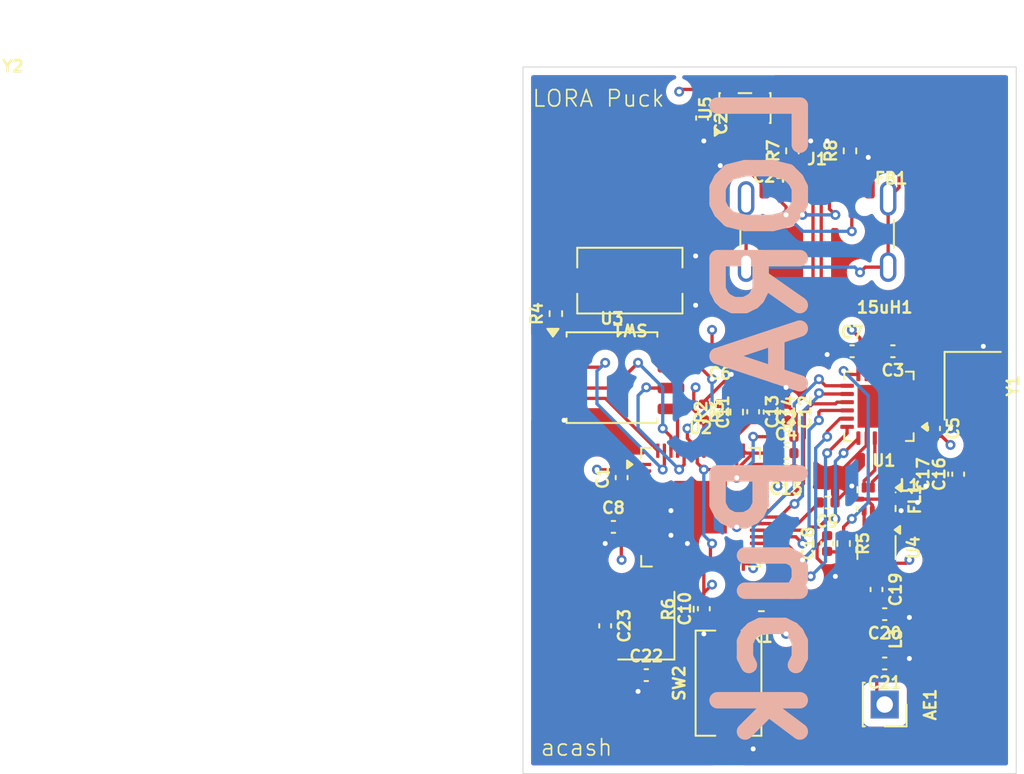
<source format=kicad_pcb>
(kicad_pcb (version 20241229) (generator "pcbnew") (generator_version "9.0")
  (layers (0 "F.Cu" signal) (4 "In1.Cu" signal) (6 "In2.Cu" signal) (2 "B.Cu" signal) (13 "F.Paste" user) (15 "B.Paste" user) (5 "F.SilkS" user "F.Silkscreen") (7 "B.SilkS" user "B.Silkscreen") (1 "F.Mask" user) (3 "B.Mask" user) (25 "Edge.Cuts" user))
  (net 0 "")
  (net 1 "Net-(U1-DCC_SW)")
  (net 2 "Net-(U1-VREG)")
  (net 3 "Net-(AE1-A)")
  (net 4 "+3V3")
  (net 5 "Earth")
  (net 6 "+1V1")
  (net 7 "/SX_VR_PA")
  (net 8 "Net-(U4-CTRL)")
  (net 9 "Net-(U4-RFIN)")
  (net 10 "Net-(C19-Pad2)")
  (net 11 "Net-(C22-Pad2)")
  (net 12 "VBUS")
  (net 13 "Net-(J1-SHIELD)")
  (net 14 "/SX_RFO")
  (net 15 "/SX_RFI_N")
  (net 16 "Net-(FL1-SW_RFI)")
  (net 17 "Net-(FL1-SW_RFO)")
  (net 18 "/SX_RFI_P")
  (net 19 "Net-(J1-CC1)")
  (net 20 "/USB_DM")
  (net 21 "/USB_DP")
  (net 24 "Net-(J1-CC2)")
  (net 25 "/RUN")
  (net 26 "Net-(U2-USB_DP)")
  (net 27 "Net-(U2-USB_DM)")
  (net 28 "/QSPI_SS")
  (net 29 "Net-(R4-Pad2)")
  (net 30 "/SX_DIO2")
  (net 31 "/XOUT")
  (net 32 "/SX_DIO1")
  (net 33 "/SX_XTB")
  (net 34 "/SPI_MISO")
  (net 35 "/SX_XTA")
  (net 36 "/SPI_MOSI")
  (net 37 "/SX_NSS")
  (net 38 "/SPI_CLK")
  (net 39 "/<NO NET>")
  (net 40 "/SX_BUSY")
  (net 43 "/QSPI_SCLK")
  (net 45 "/QSPI_SD1")
  (net 46 "/QSPI_SD2")
  (net 50 "/QSPI_SD0")
  (net 61 "/QSPI_SD3")
  (net 70 "/XIN")
  (footprint "Connector_PinSocket_2.54mm:PinSocket_1x01_P2.54mm_Vertical" (layer "F.Cu") (at 100 118.8 -90)
    (property "Reference" "AE1")
    (property "Value" "Antenna")
  )
  (footprint "Resistor_SMD:R_0402_1005Metric" (layer "F.Cu") (at 92.5 113.5 180)
    (property "Reference" "R1")
    (property "Value" "10k")
  )
  (footprint "Capacitor_SMD:C_0402_1005Metric" (layer "F.Cu") (at 83 114.01 -90)
    (property "Reference" "C23")
    (property "Value" "3.3pF")
  )
  (footprint "Package_DFN_QFN:QFN-56-1EP_7x7mm_P0.4mm_EP3.2x3.2mm" (layer "F.Cu") (at 88.8 106.79)
    (property "Reference" "U2")
    (property "Value" "RP2040")
  )
  (footprint "Capacitor_SMD:C_0402_1005Metric" (layer "F.Cu") (at 89.98 97.49 180)
    (property "Reference" "C6")
    (property "Value" "100nF")
  )
  (footprint "Capacitor_SMD:C_0402_1005Metric" (layer "F.Cu") (at 84 104.99 90)
    (property "Reference" "C1")
    (property "Value" "100nF")
  )
  (footprint "Button_Switch_SMD:SW_Tactile_SPST_NO_Straight_CK_PTS636Sx25SMTRLFS" (layer "F.Cu") (at 84.5 93 180)
    (property "Reference" "SW1")
    (property "Value" "BOOTSEL")
  )
  (footprint "Resistor_SMD:R_0402_1005Metric" (layer "F.Cu") (at 97.5 109 -90)
    (property "Reference" "R5")
    (property "Value" "100")
  )
  (footprint "Capacitor_SMD:C_0402_1005Metric" (layer "F.Cu") (at 93 85.5 180)
    (property "Reference" "C24")
    (property "Value" "10uF")
  )
  (footprint "Capacitor_SMD:C_0402_1005Metric" (layer "F.Cu") (at 99.5 111.8 -90)
    (property "Reference" "C19")
    (property "Value" "39pF")
  )
  (footprint "Capacitor_SMD:C_0402_1005Metric" (layer "F.Cu") (at 100 116.3 180)
    (property "Reference" "C21")
    (property "Value" "3.3pF")
  )
  (footprint "Inductor_SMD:L_0402_1005Metric" (layer "F.Cu") (at 99.5 114.8 -90)
    (property "Reference" "L3")
    (property "Value" "9.1nH")
  )
  (footprint "Package_TO_SOT_SMD:SOT-363_SC-70-6" (layer "F.Cu") (at 99.5 109.25 -90)
    (property "Reference" "U4")
    (property "Value" "PE4259")
  )
  (footprint "Crystal:Crystal_SMD_3225-4Pin_3.2x2.5mm" (layer "F.Cu") (at 105.35 99.4 -90)
    (property "Reference" "Y1")
    (property "Value" "32MHz")
  )
  (footprint "Resistor_SMD:R_0402_1005Metric" (layer "F.Cu") (at 97.89 85.105 90)
    (property "Reference" "R8")
    (property "Value" "5.1k")
  )
  (footprint "Capacitor_SMD:C_0402_1005Metric" (layer "F.Cu") (at 96.5 109 90)
    (property "Reference" "C18")
    (property "Value" "1nF")
  )
  (footprint "Package_TO_SOT_SMD:SOT-23-5" (layer "F.Cu") (at 91.5 82.5 90)
    (property "Reference" "U5")
    (property "Value" "AP2112K-3.3")
  )
  (footprint "Resistor_SMD:R_0402_1005Metric" (layer "F.Cu") (at 94.39 85.105 90)
    (property "Reference" "R7")
    (property "Value" "5.1k")
  )
  (footprint "Capacitor_SMD:C_0402_1005Metric" (layer "F.Cu") (at 85.5 117.01)
    (property "Reference" "C22")
    (property "Value" "3.3pF")
  )
  (footprint "Crystal:Crystal_SMD_Abracon_ABM8G-4Pin_3.2x2.5mm" (layer "F.Cu") (at 85.5 114 90)
    (property "Reference" "Y2")
    (property "Value" "12MHz")
  )
  (footprint "Capacitor_SMD:C_0402_1005Metric" (layer "F.Cu") (at 92 100.98 -90)
    (property "Reference" "C13")
    (property "Value" "100nF")
  )
  (footprint "Capacitor_SMD:C_0402_1005Metric" (layer "F.Cu") (at 96.5 106.5 180)
    (property "Reference" "C9")
    (property "Value" "100nF")
  )
  (footprint "Capacitor_SMD:C_0402_1005Metric" (layer "F.Cu") (at 94 104.5 180)
    (property "Reference" "C15")
    (property "Value" "100nF")
  )
  (footprint "Connector_USB:USB_C_Receptacle_GCT_USB4105-xx-A_16P_TopMnt_Horizontal" (layer "F.Cu") (at 95.89 91.105)
    (property "Reference" "J1")
    (property "Value" "USB_C_Receptacle_USB2.0_16P")
  )
  (footprint "Resistor_SMD:R_0402_1005Metric" (layer "F.Cu") (at 88 113 90)
    (property "Reference" "R6")
    (property "Value" "1k")
  )
  (footprint "Capacitor_SMD:C_0402_1005Metric" (layer "F.Cu") (at 89 101 -90)
    (property "Reference" "C11")
    (property "Value" "100nF")
  )
  (footprint "Capacitor_SMD:C_0402_1005Metric" (layer "F.Cu") (at 94 101 -90)
    (property "Reference" "C12")
    (property "Value" "100nF")
  )
  (footprint "Capacitor_SMD:C_0402_1005Metric" (layer "F.Cu") (at 103 102 -90)
    (property "Reference" "C5")
    (property "Value" "100nF")
  )
  (footprint "Capacitor_SMD:C_0402_1005Metric" (layer "F.Cu") (at 88.89 83.105 -90)
    (property "Reference" "C25")
    (property "Value" "10uF")
  )
  (footprint "Button_Switch_SMD:SW_Tactile_SPST_NO_Straight_CK_PTS636Sx25SMTRLFS" (layer "F.Cu") (at 90.5 117.5 90)
    (property "Reference" "SW2")
    (property "Value" "RESET")
  )
  (footprint "Capacitor_SMD:C_0402_1005Metric" (layer "F.Cu") (at 94 103.5)
    (property "Reference" "C4")
    (property "Value" "1uF")
  )
  (footprint "Resistor_SMD:R_0402_1005Metric" (layer "F.Cu") (at 80 95.01 90)
    (property "Reference" "R4")
    (property "Value" "1k")
  )
  (footprint "Capacitor_SMD:C_0402_1005Metric" (layer "F.Cu") (at 94 102.5)
    (property "Reference" "C2")
    (property "Value" "100nF")
  )
  (footprint "Inductor_SMD:L_0402_1005Metric" (layer "F.Cu") (at 101.5 104.3 180)
    (property "Reference" "L1")
    (property "Value" "47nH")
  )
  (footprint "Capacitor_SMD:C_0402_1005Metric" (layer "F.Cu") (at 89 112.97 90)
    (property "Reference" "C10")
    (property "Value" "100nF")
  )
  (footprint "Capacitor_SMD:C_0402_1005Metric" (layer "F.Cu") (at 100 113.3 180)
    (property "Reference" "C20")
    (property "Value" "3.3pF")
  )
  (footprint "Capacitor_SMD:C_0402_1005Metric" (layer "F.Cu") (at 98.02 97.3)
    (property "Reference" "C7")
    (property "Value" "100nF")
  )
  (footprint "Package_SO:SOIC-8_5.3x5.3mm_P1.27mm" (layer "F.Cu") (at 83.4125 98.905)
    (property "Reference" "U3")
    (property "Value" "W25Q128JVS")
  )
  (footprint "Capacitor_SMD:C_0402_1005Metric" (layer "F.Cu") (at 103.5 104.78 90)
    (property "Reference" "C17")
    (property "Value" "47pF")
  )
  (footprint "Inductor_SMD:L_0402_1005Metric" (layer "F.Cu") (at 100 95.8)
    (property "Reference" "15uH1")
    (property "Value" "L2")
  )
  (footprint "Resistor_SMD:R_0402_1005Metric" (layer "F.Cu") (at 91 101 90)
    (property "Reference" "R3")
    (property "Value" "27.4")
  )
  (footprint "Package_DFN_QFN:QFN-24-1EP_4x4mm_P0.5mm_EP2.6x2.6mm" (layer "F.Cu") (at 99.65 100.65 180)
    (property "Reference" "U1")
    (property "Value" "SX1262IMLTRT")
  )
  (footprint "Capacitor_SMD:C_0402_1005Metric" (layer "F.Cu") (at 100.5 97.3 180)
    (property "Reference" "C3")
    (property "Value" "470nF")
  )
  (footprint "Capacitor_SMD:C_0402_1005Metric" (layer "F.Cu") (at 93 101 -90)
    (property "Reference" "C14")
    (property "Value" "1uF")
  )
  (footprint "Inductor_SMD:L_0402_1005Metric" (layer "F.Cu") (at 100.39 85.605 180)
    (property "Reference" "FB1")
    (property "Value" "FerriteBead_Small")
  )
  (footprint "Capacitor_SMD:C_0402_1005Metric" (layer "F.Cu") (at 83.5 107.99)
    (property "Reference" "C8")
    (property "Value" "100nF")
  )
  (footprint "Resistor_SMD:R_0402_1005Metric" (layer "F.Cu") (at 90 101 90)
    (property "Reference" "R2")
    (property "Value" "27.4")
  )
  (footprint "Capacitor_SMD:C_0402_1005Metric" (layer "F.Cu") (at 104.47 104.78 90)
    (property "Reference" "C16")
    (property "Value" "47nF")
  )
  (footprint "RF_Converter:Balun_Johanson_0900FM15K0039" (layer "F.Cu") (at 99.5 106.3 -90)
    (property "Reference" "FL1")
    (property "Value" "0900FM15K0039")
  )
  (gr_rect (start 78 80) (end 108 123) (stroke (width 0.05)) (fill no) (layer "Edge.Cuts"))
  (gr_text "LORA Puck" (at 78.5 82.5 0) (layer "F.SilkS") (effects (font (size 1 1) (thickness 0.1)) (justify left bottom)))
  (gr_text "acash" (at 79 122 0) (layer "F.SilkS") (effects (font (size 1 1) (thickness 0.1)) (justify left bottom)))
  (gr_text "LORA Puck" (at 95.5 80.5 90) (layer "B.SilkS") (effects (font (size 5 5) (thickness 1)) (justify left bottom mirror)))
  (segment (start 99.9 98.284202) (end 99.9 98.7125) (width 0.2) (layer "F.Cu") (net 1))
  (segment (start 99.439 95.876) (end 99.439 97.823202) (width 0.2) (layer "F.Cu") (net 1))
  (segment (start 99.515 95.8) (end 99.439 95.876) (width 0.2) (layer "F.Cu") (net 1))
  (segment (start 99.439 97.823202) (end 99.9 98.284202) (width 0.2) (layer "F.Cu") (net 1))
  (segment (start 100.98 98.6325) (end 100.9 98.7125) (width 0.2) (layer "F.Cu") (net 2))
  (segment (start 100.485 95.8) (end 100.485 96.805) (width 0.2) (layer "F.Cu") (net 2))
  (segment (start 100.485 96.805) (end 100.98 97.3) (width 0.2) (layer "F.Cu") (net 2))
  (segment (start 100.98 97.3) (end 100.98 98.6325) (width 0.2) (layer "F.Cu") (net 2))
  (segment (start 99.5 116.28) (end 99.52 116.3) (width 0.2) (layer "F.Cu") (net 3))
  (segment (start 99.52 118.32) (end 100 118.8) (width 0.2) (layer "F.Cu") (net 3))
  (segment (start 99.5 115.285) (end 99.5 116.28) (width 0.2) (layer "F.Cu") (net 3))
  (segment (start 99.52 116.3) (end 99.52 118.32) (width 0.2) (layer "F.Cu") (net 3))
  (segment (start 99.4 98.7125) (end 98.9 98.7125) (width 0.2) (layer "F.Cu") (net 4))
  (segment (start 103 102.48) (end 103.48 102.48) (width 0.2) (layer "F.Cu") (net 4))
  (segment (start 82.51 104.51) (end 82.5 104.5) (width 0.2) (layer "F.Cu") (net 4))
  (segment (start 84 104.51) (end 82.51 104.51) (width 0.2) (layer "F.Cu") (net 4))
  (segment (start 89.4 103.3525) (end 89 103.3525) (width 0.2) (layer "F.Cu") (net 4))
  (segment (start 102.1675 102.48) (end 101.5875 101.9) (width 0.2) (layer "F.Cu") (net 4))
  (segment (start 103 102.48) (end 102.1675 102.48) (width 0.2) (layer "F.Cu") (net 4))
  (segment (start 98.9 97.7) (end 98.5 97.3) (width 0.2) (layer "F.Cu") (net 4))
  (segment (start 93 107.79) (end 91.21 107.79) (width 0.2) (layer "F.Cu") (net 4))
  (segment (start 92.2375 107.79) (end 93 107.79) (width 0.2) (layer "F.Cu") (net 4))
  (segment (start 91.4 103.3525) (end 91.5475 103.5) (width 0.2) (layer "F.Cu") (net 4))
  (segment (start 89.5 97.49) (end 89.5 96) (width 0.2) (layer "F.Cu") (net 4))
  (segment (start 93.52 102.5) (end 92 102.5) (width 0.2) (layer "F.Cu") (net 4))
  (segment (start 91.21 107.79) (end 91 108) (width 0.2) (layer "F.Cu") (net 4))
  (segment (start 93.01 113.51) (end 94 114.5) (width 0.2) (layer "F.Cu") (net 4))
  (segment (start 90.55 81.3625) (end 87.6375 81.3625) (width 0.2) (layer "F.Cu") (net 4))
  (segment (start 92.2375 104.19) (end 93.21 104.19) (width 0.2) (layer "F.Cu") (net 4))
  (segment (start 93.52 104.5) (end 93.52 105.48) (width 0.2) (layer "F.Cu") (net 4))
  (segment (start 89 103.3525) (end 89 101.48) (width 0.2) (layer "F.Cu") (net 4))
  (segment (start 91 104.5) (end 91 105) (width 0.2) (layer "F.Cu") (net 4))
  (segment (start 83.98 109.98) (end 84 110) (width 0.2) (layer "F.Cu") (net 4))
  (segment (start 93.01 113.5) (end 93.01 113.51) (width 0.2) (layer "F.Cu") (net 4))
  (segment (start 89 112.49) (end 89 112) (width 0.2) (layer "F.Cu") (net 4))
  (segment (start 87.49 97.49) (end 87 97) (width 0.2) (layer "F.Cu") (net 4))
  (segment (start 88.389 99.611) (end 88.5 99.5) (width 0.2) (layer "F.Cu") (net 4))
  (segment (start 88.89 82.625) (end 89.7825 82.625) (width 0.2) (layer "F.Cu") (net 4))
  (segment (start 88.389 100.869) (end 88.389 99.611) (width 0.2) (layer "F.Cu") (net 4))
  (segment (start 89 112.49) (end 89 110.2275) (width 0.2) (layer "F.Cu") (net 4))
  (segment (start 85.3625 104.19) (end 84.32 104.19) (width 0.2) (layer "F.Cu") (net 4))
  (segment (start 93.21 104.19) (end 93.52 104.5) (width 0.2) (layer "F.Cu") (net 4))
  (segment (start 98.9 98.7125) (end 98.9 97.7) (width 0.2) (layer "F.Cu") (net 4))
  (segment (start 89.7825 82.625) (end 90.44 81.9675) (width 0.2) (layer "F.Cu") (net 4))
  (segment (start 84.32 104.19) (end 84 104.51) (width 0.2) (layer "F.Cu") (net 4))
  (segment (start 91.002 103.3545) (end 91.002 104.998) (width 0.2) (layer "F.Cu") (net 4))
  (segment (start 93.52 105.48) (end 93.5 105.5) (width 0.2) (layer "F.Cu") (net 4))
  (segment (start 100.15 110.2) (end 101.3 110.2) (width 0.2) (layer "F.Cu") (net 4))
  (segment (start 89.5 97.49) (end 87.49 97.49) (width 0.2) (layer "F.Cu") (net 4))
  (segment (start 89 101.48) (end 88.389 100.869) (width 0.2) (layer "F.Cu") (net 4))
  (segment (start 92 103.5) (end 93.52 103.5) (width 0.2) (layer "F.Cu") (net 4))
  (segment (start 98.5 97.3) (end 98.5 96.5) (width 0.2) (layer "F.Cu") (net 4))
  (segment (start 83.98 107.99) (end 83.98 109.98) (width 0.2) (layer "F.Cu") (net 4))
  (segment (start 103.48 102.48) (end 104 103) (width 0.2) (layer "F.Cu") (net 4))
  (segment (start 92 103.5) (end 91 104.5) (width 0.2) (layer "F.Cu") (net 4))
  (segment (start 84.18 107.79) (end 83.98 107.99) (width 0.2) (layer "F.Cu") (net 4))
  (segment (start 98.5 96.5) (end 98 96) (width 0.2) (layer "F.Cu") (net 4))
  (segment (start 87.6375 81.3625) (end 87.5 81.5) (width 0.2) (layer "F.Cu") (net 4))
  (segment (start 94.73 107.79) (end 96.02 106.5) (width 0.2) (layer "F.Cu") (net 4))
  (segment (start 101.3 110.2) (end 101.5 110) (width 0.2) (layer "F.Cu") (net 4))
  (segment (start 89 112) (end 89.5 111.5) (width 0.2) (layer "F.Cu") (net 4))
  (segment (start 91 103.3525) (end 91.002 103.3545) (width 0.2) (layer "F.Cu") (net 4))
  (segment (start 85.3625 107.79) (end 84.18 107.79) (width 0.2) (layer "F.Cu") (net 4))
  (segment (start 93 107.79) (end 94.73 107.79) (width 0.2) (layer "F.Cu") (net 4))
  (segment (start 91.5475 103.5) (end 92 103.5) (width 0.2) (layer "F.Cu") (net 4))
  (via (at 89.5 111.5) (size 0.6) (drill 0.3) (layers "F.Cu" "B.Cu") (net 4))
  (via (at 84 110) (size 0.6) (drill 0.3) (layers "F.Cu" "B.Cu") (net 4))
  (via (at 104 103) (size 0.6) (drill 0.3) (layers "F.Cu" "B.Cu") (net 4))
  (via (at 91 105) (size 0.6) (drill 0.3) (layers "F.Cu" "B.Cu") (net 4))
  (via (at 101.5 110) (size 0.6) (drill 0.3) (layers "F.Cu" "B.Cu") (net 4))
  (via (at 89.5 96) (size 0.6) (drill 0.3) (layers "F.Cu" "B.Cu") (net 4))
  (via (at 93.5 105.5) (size 0.6) (drill 0.3) (layers "F.Cu" "B.Cu") (net 4))
  (via (at 98 96) (size 0.6) (drill 0.3) (layers "F.Cu" "B.Cu") (net 4))
  (via (at 82.5 104.5) (size 0.6) (drill 0.3) (layers "F.Cu" "B.Cu") (net 4))
  (via (at 94 114.5) (size 0.6) (drill 0.3) (layers "F.Cu" "B.Cu") (net 4))
  (via (at 87.5 81.5) (size 0.6) (drill 0.3) (layers "F.Cu" "B.Cu") (net 4))
  (via (at 88.5 99.5) (size 0.6) (drill 0.3) (layers "F.Cu" "B.Cu") (net 4))
  (via (at 92 102.5) (size 0.6) (drill 0.3) (layers "F.Cu" "B.Cu") (net 4))
  (via (at 91 108) (size 0.6) (drill 0.3) (layers "F.Cu" "B.Cu") (net 4))
  (segment (start 91 105) (end 92 104) (width 0.2) (layer "B.Cu") (net 4))
  (segment (start 92 104) (end 92 102.5) (width 0.2) (layer "B.Cu") (net 4))
  (segment (start 88.8 106.79) (end 88.71 106.79) (width 0.2) (layer "F.Cu") (net 5))
  (segment (start 103.5 105.26) (end 102.74 105.26) (width 0.2) (layer "F.Cu") (net 5))
  (segment (start 106.2 97.2) (end 106 97) (width 0.2) (layer "F.Cu") (net 5))
  (segment (start 97.89 84.595) (end 96.595 84.595) (width 0.2) (layer "F.Cu") (net 5))
  (segment (start 91.875 121.375) (end 92 121.5) (width 0.2) (layer "F.Cu") (net 5))
  (segment (start 96.7 97.3) (end 96.5 97.5) (width 0.2) (layer "F.Cu") (net 5))
  (segment (start 99.65 100.65) (end 98.9 101.4) (width 0.2) (layer "F.Cu") (net 5))
  (segment (start 100 106.3) (end 99.75 106.05) (width 0.2) (layer "F.Cu") (net 5))
  (segment (start 83 114.49) (end 83 116) (width 0.2) (layer "F.Cu") (net 5))
  (segment (start 97.98 105.5) (end 96.98 106.5) (width 0.2) (layer "F.Cu") (net 5))
  (segment (start 100.4 99.9) (end 100.4 98.7125) (width 0.2) (layer "F.Cu") (net 5))
  (segment (start 89 100.375047) (end 90.668478 98.706569) (width 0.2) (layer "F.Cu") (net 5))
  (segment (start 100.5625 106.3) (end 101.8 106.3) (width 0.2) (layer "F.Cu") (net 5))
  (segment (start 102.88 101.4) (end 103 101.52) (width 0.2) (layer "F.Cu") (net 5))
  (segment (start 88.8 108.2) (end 88 109) (width 0.2) (layer "F.Cu") (net 5))
  (segment (start 98 105.5) (end 97.98 105.5) (width 0.2) (layer "F.Cu") (net 5))
  (segment (start 97.54 97.3) (end 96.7 97.3) (width 0.2) (layer "F.Cu") (net 5))
  (segment (start 104.47 105.26) (end 103.5 105.26) (width 0.2) (layer "F.Cu") (net 5))
  (segment (start 98.9 101.4) (end 98.9 102.5875) (width 0.2) (layer "F.Cu") (net 5))
  (segment (start 88.89 84.39) (end 89 84.5) (width 0.2) (layer "F.Cu") (net 5))
  (segment (start 86.35 113.4) (end 84.65 115.1) (width 0.2) (layer "F.Cu") (net 5))
  (segment (start 100.4 98.7125) (end 100.4 97.68) (width 0.2) (layer "F.Cu") (net 5))
  (segment (start 94.485 84.5) (end 94.39 84.595) (width 0.2) (layer "F.Cu") (net 5))
  (segment (start 99.25 106.666176) (end 98.883824 106.3) (width 0.2) (layer "F.Cu") (net 5))
  (segment (start 89 113.45) (end 89 114.5) (width 0.2) (layer "F.Cu") (net 5))
  (segment (start 88.5 107.09) (end 88.8 106.79) (width 0.2) (layer "F.Cu") (net 5))
  (segment (start 99.25 107.400924) (end 99.25 107) (width 0.2) (layer "F.Cu") (net 5))
  (segment (start 83 116) (end 85 118) (width 0.2) (layer "F.Cu") (net 5))
  (segment (start 100.5625 106.5625) (end 101 107) (width 0.2) (layer "F.Cu") (net 5))
  (segment (start 88.5 93.125) (end 88.375 93) (width 0.2) (layer "F.Cu") (net 5))
  (segment (start 85.02 117.98) (end 85 118) (width 0.2) (layer "F.Cu") (net 5))
  (segment (start 94.48 102.5) (end 94.611 102.369) (width 0.2) (layer "F.Cu") (net 5))
  (segment (start 84.65 115.1) (end 84.65 116.64) (width 0.2) (layer "F.Cu") (net 5))
  (segment (start 99.5 108.3) (end 99.5 107.650924) (width 0.2) (layer "F.Cu") (net 5))
  (segment (start 84.65 116.64) (end 85.02 117.01) (width 0.2) (layer "F.Cu") (net 5))
  (segment (start 100.48 113.3) (end 101.3 113.3) (width 0.2) (layer "F.Cu") (net 5))
  (segment (start 99.65 100.65) (end 100.4 99.9) (width 0.2) (layer "F.Cu") (net 5))
  (segment (start 88.8 106.79) (end 88.8 108.2) (width 0.2) (layer "F.Cu") (net 5))
  (segment (start 101.2 116.3) (end 101.5 116) (width 0.2) (layer "F.Cu") (net 5))
  (segment (start 100.5625 106.3) (end 100.5625 106.5625) (width 0.2) (layer "F.Cu") (net 5))
  (segment (start 94 100.52) (end 94 99.5) (width 0.2) (layer "F.Cu") (net 5))
  (segment (start 88.5 92.875) (end 88.375 93) (width 0.2) (layer "F.Cu") (net 5))
  (segment (start 95.889 109.131) (end 95.889 109.889) (width 0.2) (layer "F.Cu") (net 5))
  (segment (start 99.105 85.605) (end 99 85.5) (width 0.2) (layer "F.Cu") (net 5))
  (segment (start 90 86) (end 91.41 86) (width 0.2) (layer "F.Cu") (net 5))
  (segment (start 94.48 104.5) (end 94.48 103.5) (width 0.2) (layer "F.Cu") (net 5))
  (segment (start 87.21 106.79) (end 87 107) (width 0.2) (layer "F.Cu") (net 5))
  (segment (start 102.74 105.26) (end 102.5 105.5) (width 0.2) (layer "F.Cu") (net 5))
  (segment (start 88.89 83.585) (end 88.89 84.39) (width 0.2) (layer "F.Cu") (net 5))
  (segment (start 101.5875 99.9) (end 100.4 99.9) (width 0.2) (layer "F.Cu") (net 5))
  (segment (start 98.9 103.015798) (end 98.9 102.5875) (width 0.2) (layer "F.Cu") (net 5))
  (segment (start 99.09 85.59) (end 99 85.5) (width 0.2) (layer "F.Cu") (net 5))
  (segment (start 95.889 109.889) (end 97 111) (width 0.2) (layer "F.Cu") (net 5))
  (segment (start 92.69 85.885) (end 92.41 85.605) (width 0.2) (layer "F.Cu") (net 5))
  (segment (start 90.46 98.498091) (end 90.668478 98.706569) (width 0.2) (layer "F.Cu") (net 5))
  (segment (start 103 101.52) (end 103.52 101.52) (width 0.2) (layer "F.Cu") (net 5))
  (segment (start 83.02 108.98) (end 83 109) (width 0.2) (layer "F.Cu") (net 5))
  (segment (start 92 100.5) (end 92.98 100.5) (width 0.2) (layer "F.Cu") (net 5))
  (segment (start 84 105.47) (end 84 107.01) (width 0.2) (layer "F.Cu") (net 5))
  (segment (start 92.98 100.5) (end 93 100.52) (width 0.2) (layer "F.Cu") (net 5))
  (segment (start 99.25 107) (end 99.25 106.666176) (width 0.2) (layer "F.Cu") (net 5))
  (segment (start 96.98 105.5) (end 97 105.5) (width 0.2) (layer "F.Cu") (net 5))
  (segment (start 92.69 87.28) (end 91.41 86) (width 0.2) (layer "F.Cu") (net 5))
  (segment (start 95.5 84.5) (end 94.485 84.5) (width 0.2) (layer "F.Cu") (net 5))
  (segment (start 80.5 101.5) (end 80.5 101.485) (width 0.2) (layer "F.Cu") (net 5))
  (segment (start 99.75 106.05) (end 99.75 105.6) (width 0.2) (layer "F.Cu") (net 5))
  (segment (start 90.46 97.49) (end 90.46 98.498091) (width 0.2) (layer "F.Cu") (net 5))
  (segment (start 92.69 87.425) (end 92.69 85.885) (width 0.2) (layer "F.Cu") (net 5))
  (segment (start 98.883824 106.3) (end 98.4375 106.3) (width 0.2) (layer "F.Cu") (net 5))
  (segment (start 100.48 116.3) (end 101.2 116.3) (width 0.2) (layer "F.Cu") (net 5))
  (segment (start 94.611 102.369) (end 94.611 101.131) (width 0.2) (layer "F.Cu") (net 5))
  (segment (start 89 100.52) (end 89 100.375047) (width 0.2) (layer "F.Cu") (net 5))
  (segment (start 100.4 97.68) (end 100.02 97.3) (width 0.2) (layer "F.Cu") (net 5))
  (segment (start 92.52 85.5) (end 91.5 84.48) (width 0.2) (layer "F.Cu") (net 5))
  (segment (start 101.8 106.3) (end 102 106.5) (width 0.2) (layer "F.Cu") (net 5))
  (segment (start 91.5 84.48) (end 91.5 83.6375) (width 0.2) (layer "F.Cu") (net 5))
  (segment (start 80.5 101.485) (end 79.825 100.81) (width 0.2) (layer "F.Cu") (net 5))
  (segment (start 84 107.01) (end 83.02 107.99) (width 0.2) (layer "F.Cu") (net 5))
  (segment (start 99.09 87.425) (end 99.09 85.59) (width 0.2) (layer "F.Cu") (net 5))
  (segment (start 98.4375 106.3) (end 98 105.8625) (width 0.2) (layer "F.Cu") (net 5))
  (segment (start 88.8 106.79) (end 87.21 106.79) (width 0.2) (layer "F.Cu") (net 5))
  (segment (start 101.5875 101.4) (end 102.88 101.4) (width 0.2) (layer "F.Cu") (net 5))
  (segment (start 100 106.3) (end 100.5625 106.3) (width 0.2) (layer "F.Cu") (net 5))
  (segment (start 94.611 101.131) (end 94 100.52) (width 0.2) (layer "F.Cu") (net 5))
  (segment (start 99.905 85.605) (end 99.105 85.605) (width 0.2) (layer "F.Cu") (net 5))
  (segment (start 90.5 121.375) (end 91.875 121.375) (width 0.2) (layer "F.Cu") (net 5))
  (segment (start 104 102) (end 104 101) (width 0.2) (layer "F.Cu") (net 5))
  (segment (start 98.4375 106.3) (end 100 106.3) (width 0.2) (layer "F.Cu") (net 5))
  (segment (start 98 105.8625) (end 98 105.5) (width 0.2) (layer "F.Cu") (net 5))
  (segment (start 96.98 105.5) (end 96.98 104.935798) (width 0.2) (layer "F.Cu") (net 5))
  (segment (start 94.48 103.5) (end 94.48 102.5) (width 0.2) (layer "F.Cu") (net 5))
  (segment (start 96.5 108.52) (end 95.889 109.131) (width 0.2) (layer "F.Cu") (net 5))
  (segment (start 101 107) (end 100.25 107) (width 0.2) (layer "F.Cu") (net 5))
  (segment (start 92.69 87.425) (end 92.69 87.28) (width 0.2) (layer "F.Cu") (net 5))
  (segment (start 106.2 98.3) (end 106.2 97.2) (width 0.2) (layer "F.Cu") (net 5))
  (segment (start 96.98 104.935798) (end 98.9 103.015798) (width 0.2) (layer "F.Cu") (net 5))
  (segment (start 83.02 107.99) (end 83.02 108.98) (width 0.2) (layer "F.Cu") (net 5))
  (segment (start 103.52 101.52) (end 104 102) (width 0.2) (layer "F.Cu") (net 5))
  (segment (start 104 101) (end 104.5 100.5) (width 0.2) (layer "F.Cu") (net 5))
  (segment (start 88.5 94.5) (end 88.5 93.125) (width 0.2) (layer "F.Cu") (net 5))
  (segment (start 96.98 106.5) (end 96.98 105.5) (width 0.2) (layer "F.Cu") (net 5))
  (segment (start 101.3 113.3) (end 101.5 113.5) (width 0.2) (layer "F.Cu") (net 5))
  (segment (start 85.02 117.01) (end 85.02 117.98) (width 0.2) (layer "F.Cu") (net 5))
  (segment (start 86.35 112.9) (end 86.35 113.4) (width 0.2) (layer "F.Cu") (net 5))
  (segment (start 99.5 107.650924) (end 99.25 107.400924) (width 0.2) (layer "F.Cu") (net 5))
  (segment (start 88.71 106.79) (end 87 108.5) (width 0.2) (layer "F.Cu") (net 5))
  (segment (start 96.595 84.595) (end 96.5 84.5) (width 0.2) (layer "F.Cu") (net 5))
  (segment (start 93 100.52) (end 94 100.52) (width 0.2) (layer "F.Cu") (net 5))
  (segment (start 88.5 91.5) (end 88.5 92.875) (width 0.2) (layer "F.Cu") (net 5))
  (via (at 101.5 113.5) (size 0.6) (drill 0.3) (layers "F.Cu" "B.Cu") (net 5))
  (via (at 88.5 91.5) (size 0.6) (drill 0.3) (layers "F.Cu" "B.Cu") (net 5))
  (via (at 95.5 84.5) (size 0.6) (drill 0.3) (layers "F.Cu" "B.Cu") (net 5))
  (via (at 83 109) (size 0.6) (drill 0.3) (layers "F.Cu" "B.Cu") (net 5))
  (via (at 102.5 105.5) (size 0.6) (drill 0.3) (layers "F.Cu" "B.Cu") (net 5))
  (via (at 89 84.5) (size 0.6) (drill 0.3) (layers "F.Cu" "B.Cu") (net 5))
  (via (at 90.668478 98.706569) (size 0.6) (drill 0.3) (layers "F.Cu" "B.Cu") (net 5))
  (via (at 104 102) (size 0.6) (drill 0.3) (layers "F.Cu" "B.Cu") (net 5))
  (via (at 90 86) (size 0.6) (drill 0.3) (layers "F.Cu" "B.Cu") (net 5))
  (via (at 98 105.5) (size 0.6) (drill 0.3) (layers "F.Cu" "B.Cu") (net 5))
  (via (at 88 109) (size 0.6) (drill 0.3) (layers "F.Cu" "B.Cu") (net 5))
  (via (at 94 99.5) (size 0.6) (drill 0.3) (layers "F.Cu" "B.Cu") (net 5))
  (via (at 99 85.5) (size 0.6) (drill 0.3) (layers "F.Cu" "B.Cu") (net 5))
  (via (at 101 107) (size 0.6) (drill 0.3) (layers "F.Cu" "B.Cu") (net 5))
  (via (at 102 106.5) (size 0.6) (drill 0.3) (layers "F.Cu" "B.Cu") (net 5))
  (via (at 96.5 97.5) (size 0.6) (drill 0.3) (layers "F.Cu" "B.Cu") (net 5))
  (via (at 97 111) (size 0.6) (drill 0.3) (layers "F.Cu" "B.Cu") (net 5))
  (via (at 89 114.5) (size 0.6) (drill 0.3) (layers "F.Cu" "B.Cu") (net 5))
  (via (at 106 97) (size 0.6) (drill 0.3) (layers "F.Cu" "B.Cu") (net 5))
  (via (at 87 107) (size 0.6) (drill 0.3) (layers "F.Cu" "B.Cu") (net 5))
  (via (at 80.5 101.5) (size 0.6) (drill 0.3) (layers "F.Cu" "B.Cu") (net 5))
  (via (at 92 121.5) (size 0.6) (drill 0.3) (layers "F.Cu" "B.Cu") (net 5))
  (via (at 85 118) (size 0.6) (drill 0.3) (layers "F.Cu" "B.Cu") (net 5))
  (via (at 101.5 116) (size 0.6) (drill 0.3) (layers "F.Cu" "B.Cu") (net 5))
  (via (at 88.5 94.5) (size 0.6) (drill 0.3) (layers "F.Cu" "B.Cu") (net 5))
  (via (at 87 108.5) (size 0.6) (drill 0.3) (layers "F.Cu" "B.Cu") (net 5))
  (via (at 96.5 84.5) (size 0.6) (drill 0.3) (layers "F.Cu" "B.Cu") (net 5))
  (segment (start 90.846 102.614) (end 92 101.46) (width 0.2) (layer "F.Cu") (net 6))
  (segment (start 89 104.5) (end 89.987774 104.5) (width 0.2) (layer "F.Cu") (net 6))
  (segment (start 88.6 104.1) (end 89 104.5) (width 0.2) (layer "F.Cu") (net 6))
  (segment (start 92.02 101.48) (end 92 101.46) (width 0.2) (layer "F.Cu") (net 6))
  (segment (start 90.6 103.3525) (end 90.6 103.885774) (width 0.2) (layer "F.Cu") (net 6))
  (segment (start 90.6 102.817226) (end 90.6 103.3525) (width 0.2) (layer "F.Cu") (net 6))
  (segment (start 89.4 109.1) (end 89.5 109) (width 0.2) (layer "F.Cu") (net 6))
  (segment (start 88.6 103.3525) (end 88.6 104.1) (width 0.2) (layer "F.Cu") (net 6))
  (segment (start 89.4 110.2275) (end 89.4 109.1) (width 0.2) (layer "F.Cu") (net 6))
  (segment (start 93 101.48) (end 92.02 101.48) (width 0.2) (layer "F.Cu") (net 6))
  (segment (start 89.987774 104.5) (end 90.601 103.886774) (width 0.2) (layer "F.Cu") (net 6))
  (segment (start 90.6 103.885774) (end 90.601 103.886774) (width 0.2) (layer "F.Cu") (net 6))
  (segment (start 90.6 102.817226) (end 90.803226 102.614) (width 0.2) (layer "F.Cu") (net 6))
  (segment (start 90.803226 102.614) (end 90.846 102.614) (width 0.2) (layer "F.Cu") (net 6))
  (segment (start 94 101.48) (end 93 101.48) (width 0.2) (layer "F.Cu") (net 6))
  (via (at 89.5 109) (size 0.6) (drill 0.3) (layers "F.Cu" "B.Cu") (net 6))
  (via (at 89 104.5) (size 0.6) (drill 0.3) (layers "F.Cu" "B.Cu") (net 6))
  (segment (start 89 104.5) (end 89 108.5) (width 0.2) (layer "B.Cu") (net 6))
  (segment (start 89 108.5) (end 89.5 109) (width 0.2) (layer "B.Cu") (net 6))
  (segment (start 101.985 104.3) (end 101.985 103.6725) (width 0.2) (layer "F.Cu") (net 7))
  (segment (start 101.985 103.6725) (end 100.9 102.5875) (width 0.2) (layer "F.Cu") (net 7))
  (segment (start 103.5 104.3) (end 101.985 104.3) (width 0.2) (layer "F.Cu") (net 7))
  (segment (start 104.47 104.3) (end 103.5 104.3) (width 0.2) (layer "F.Cu") (net 7))
  (segment (start 96.53 109.51) (end 96.5 109.48) (width 0.2) (layer "F.Cu") (net 8))
  (segment (start 97.5 109.51) (end 96.53 109.51) (width 0.2) (layer "F.Cu") (net 8))
  (segment (start 98.19 110.2) (end 97.5 109.51) (width 0.2) (layer "F.Cu") (net 8))
  (segment (start 98.85 110.2) (end 98.19 110.2) (width 0.2) (layer "F.Cu") (net 8))
  (segment (start 99.5 110.2) (end 99.5 111.32) (width 0.2) (layer "F.Cu") (net 9))
  (segment (start 99.52 113.3) (end 99.52 114.295) (width 0.2) (layer "F.Cu") (net 10))
  (segment (start 99.5 113.28) (end 99.52 113.3) (width 0.2) (layer "F.Cu") (net 10))
  (segment (start 99.5 112.28) (end 99.5 113.28) (width 0.2) (layer "F.Cu") (net 10))
  (segment (start 99.52 114.295) (end 99.5 114.315) (width 0.2) (layer "F.Cu") (net 10))
  (segment (start 85.98 117.01) (end 85.98 115.47) (width 0.2) (layer "F.Cu") (net 11))
  (segment (start 85.98 115.47) (end 86.35 115.1) (width 0.2) (layer "F.Cu") (net 11))
  (segment (start 88 113.51) (end 87.94 113.51) (width 0.2) (layer "F.Cu") (net 11))
  (segment (start 87.94 113.51) (end 86.35 115.1) (width 0.2) (layer "F.Cu") (net 11))
  (segment (start 93.49 87.425) (end 93.37 87.305) (width 0.2) (layer "F.Cu") (net 12))
  (segment (start 90.55 82.95) (end 90.55 83.6375) (width 0.2) (layer "F.Cu") (net 12))
  (segment (start 93.48 85.5) (end 93.48 84.6675) (width 0.2) (layer "F.Cu") (net 12))
  (segment (start 98.29 87.425) (end 98.29 87.999999) (width 0.2) (layer "F.Cu") (net 12))
  (segment (start 93.37 87.305) (end 93.37 85.2725) (width 0.2) (layer "F.Cu") (net 12))
  (segment (start 91.666968 82.5) (end 91 82.5) (width 0.2) (layer "F.Cu") (net 12))
  (segment (start 93.48 84.6675) (end 92.45 83.6375) (width 0.2) (layer "F.Cu") (net 12))
  (segment (start 93.49 87.999999) (end 94 88.509999) (width 0.2) (layer "F.Cu") (net 12))
  (segment (start 98.29 87.999999) (end 98 88.289999) (width 0.2) (layer "F.Cu") (net 12))
  (segment (start 92.45 83.6375) (end 92.45 83.283032) (width 0.2) (layer "F.Cu") (net 12))
  (segment (start 92.45 83.283032) (end 91.666968 82.5) (width 0.2) (layer "F.Cu") (net 12))
  (segment (start 98 88.289999) (end 98 90) (width 0.2) (layer "F.Cu") (net 12))
  (segment (start 91 82.5) (end 90.55 82.95) (width 0.2) (layer "F.Cu") (net 12))
  (segment (start 94 88.509999) (end 94 89) (width 0.2) (layer "F.Cu") (net 12))
  (segment (start 93.49 87.425) (end 93.49 87.999999) (width 0.2) (layer "F.Cu") (net 12))
  (via (at 98 90) (size 0.6) (drill 0.3) (layers "F.Cu" "B.Cu") (net 12))
  (via (at 94 89) (size 0.6) (drill 0.3) (layers "F.Cu" "B.Cu") (net 12))
  (segment (start 95 90) (end 94 89) (width 0.2) (layer "B.Cu") (net 12))
  (segment (start 98 90) (end 95 90) (width 0.2) (layer "B.Cu") (net 12))
  (segment (start 100.875 87.335) (end 100.21 88) (width 0.2) (layer "F.Cu") (net 13))
  (segment (start 98.82 92.18) (end 98.5 92.5) (width 0.2) (layer "F.Cu") (net 13))
  (segment (start 100.875 85.605) (end 100.875 87.335) (width 0.2) (layer "F.Cu") (net 13))
  (segment (start 100.21 88) (end 100.21 92.18) (width 0.2) (layer "F.Cu") (net 13))
  (segment (start 91.57 88) (end 91.57 92.18) (width 0.2) (layer "F.Cu") (net 13))
  (segment (start 100.21 92.18) (end 98.82 92.18) (width 0.2) (layer "F.Cu") (net 13))
  (via (at 98.5 92.5) (size 0.6) (drill 0.3) (layers "F.Cu" "B.Cu") (net 13))
  (segment (start 98.18 92.18) (end 91.57 92.18) (width 0.2) (layer "B.Cu") (net 13))
  (segment (start 98.5 92.5) (end 98.18 92.18) (width 0.2) (layer "B.Cu") (net 13))
  (segment (start 101.015 104.3) (end 100.4 103.685) (width 0.2) (layer "F.Cu") (net 14))
  (segment (start 100.25 105.065) (end 101.015 104.3) (width 0.2) (layer "F.Cu") (net 14))
  (segment (start 100.4 103.685) (end 100.4 102.5875) (width 0.2) (layer "F.Cu") (net 14))
  (segment (start 100.25 105.6) (end 100.25 105.065) (width 0.2) (layer "F.Cu") (net 14))
  (segment (start 99.25 105.25) (end 99.9 104.6) (width 0.2) (layer "F.Cu") (net 15))
  (segment (start 99.9 104.6) (end 99.9 102.5875) (width 0.2) (layer "F.Cu") (net 15))
  (segment (start 99.25 105.6) (end 99.25 105.25) (width 0.2) (layer "F.Cu") (net 15))
  (segment (start 98.75 108.2) (end 98.75 107) (width 0.2) (layer "F.Cu") (net 16))
  (segment (start 98.85 108.3) (end 98.75 108.2) (width 0.2) (layer "F.Cu") (net 16))
  (segment (start 100.15 107.733824) (end 99.75 107.333824) (width 0.2) (layer "F.Cu") (net 17))
  (segment (start 99.75 107.333824) (end 99.75 107) (width 0.2) (layer "F.Cu") (net 17))
  (segment (start 100.15 108.3) (end 100.15 107.733824) (width 0.2) (layer "F.Cu") (net 17))
  (segment (start 99.4 104.5329) (end 99.4 102.5875) (width 0.2) (layer "F.Cu") (net 18))
  (segment (start 98.75 105.6) (end 98.75 105.1829) (width 0.2) (layer "F.Cu") (net 18))
  (segment (start 98.75 105.1829) (end 99.4 104.5329) (width 0.2) (layer "F.Cu") (net 18))
  (segment (start 94.39 85.615) (end 94.64 85.865) (width 0.2) (layer "F.Cu") (net 19))
  (segment (start 94.64 85.865) (end 94.64 87.425) (width 0.2) (layer "F.Cu") (net 19))
  (segment (start 91 100.49) (end 96.14 95.35) (width 0.2) (layer "F.Cu") (net 20))
  (segment (start 95.14 86.816176) (end 95.14 87.425) (width 0.2) (layer "F.Cu") (net 20))
  (segment (start 96.14 87.425) (end 96.14 86.816176) (width 0.2) (layer "F.Cu") (net 20))
  (segment (start 96.14 95.35) (end 96.14 87.425) (width 0.2) (layer "F.Cu") (net 20))
  (segment (start 95.407176 86.549) (end 95.14 86.816176) (width 0.2) (layer "F.Cu") (net 20))
  (segment (start 95.872824 86.549) (end 95.407176 86.549) (width 0.2) (layer "F.Cu") (net 20))
  (segment (start 96.14 86.816176) (end 95.872824 86.549) (width 0.2) (layer "F.Cu") (net 20))
  (segment (start 95.64 89) (end 95.64 94.85) (width 0.2) (layer "F.Cu") (net 21))
  (segment (start 95.64 89) (end 95 89) (width 0.2) (layer "F.Cu") (net 21))
  (segment (start 95.64 94.85) (end 90 100.49) (width 0.2) (layer "F.Cu") (net 21))
  (segment (start 96.64 87.425) (end 96.64 88.64) (width 0.2) (layer "F.Cu") (net 21))
  (segment (start 95.64 87.425) (end 95.64 89) (width 0.2) (layer "F.Cu") (net 21))
  (segment (start 96.64 88.64) (end 97 89) (width 0.2) (layer "F.Cu") (net 21))
  (via (at 97 89) (size 0.6) (drill 0.3) (layers "F.Cu" "B.Cu") (net 21))
  (via (at 95 89) (size 0.6) (drill 0.3) (layers "F.Cu" "B.Cu") (net 21))
  (segment (start 95 89) (end 97 89) (width 0.2) (layer "B.Cu") (net 21))
  (segment (start 97.64 85.865) (end 97.64 87.425) (width 0.2) (layer "F.Cu") (net 24))
  (segment (start 97.89 85.615) (end 97.64 85.865) (width 0.2) (layer "F.Cu") (net 24))
  (segment (start 90.625 113.5) (end 90.5 113.625) (width 0.2) (layer "F.Cu") (net 25))
  (segment (start 90.5 113.625) (end 90.5 110.862774) (width 0.2) (layer "F.Cu") (net 25))
  (segment (start 91.99 113.5) (end 90.625 113.5) (width 0.2) (layer "F.Cu") (net 25))
  (segment (start 90.6 110.2275) (end 90.6 110.762774) (width 0.2) (layer "F.Cu") (net 25))
  (segment (start 90.5 110.862774) (end 90.6 110.762774) (width 0.2) (layer "F.Cu") (net 25))
  (segment (start 89.8 101.71) (end 90 101.51) (width 0.2) (layer "F.Cu") (net 26))
  (segment (start 89.8 103.3525) (end 89.8 101.71) (width 0.2) (layer "F.Cu") (net 26))
  (segment (start 90.2 103.3525) (end 90.2 102.31) (width 0.2) (layer "F.Cu") (net 27))
  (segment (start 90.2 102.31) (end 91 101.51) (width 0.2) (layer "F.Cu") (net 27))
  (segment (start 78.7115 97.301001) (end 78.7115 99.89899) (width 0.2) (layer "F.Cu") (net 28))
  (segment (start 80 95.52) (end 80 96.825) (width 0.2) (layer "F.Cu") (net 28))
  (segment (start 78.97851 100.166) (end 83.0135 100.166) (width 0.2) (layer "F.Cu") (net 28))
  (segment (start 78.7115 99.89899) (end 78.97851 100.166) (width 0.2) (layer "F.Cu") (net 28))
  (segment (start 79.825 97) (end 79.012501 97) (width 0.2) (layer "F.Cu") (net 28))
  (segment (start 83.0135 100.166) (end 86.2 103.3525) (width 0.2) (layer "F.Cu") (net 28))
  (segment (start 79.012501 97) (end 78.7115 97.301001) (width 0.2) (layer "F.Cu") (net 28))
  (segment (start 80 96.825) (end 79.825 97) (width 0.2) (layer "F.Cu") (net 28))
  (segment (start 80 94.5) (end 80 93.625) (width 0.2) (layer "F.Cu") (net 29))
  (segment (start 80 93.625) (end 80.625 93) (width 0.2) (layer "F.Cu") (net 29))
  (segment (start 97.5 108) (end 98 107.5) (width 0.2) (layer "F.Cu") (net 30))
  (segment (start 97.5 108.49) (end 97.5 108) (width 0.2) (layer "F.Cu") (net 30))
  (segment (start 98.4 98.7125) (end 97.7125 98.7125) (width 0.2) (layer "F.Cu") (net 30))
  (segment (start 97.7125 98.7125) (end 97.5 98.5) (width 0.2) (layer "F.Cu") (net 30))
  (via (at 97.5 98.5) (size 0.6) (drill 0.3) (layers "F.Cu" "B.Cu") (net 30))
  (via (at 98 107.5) (size 0.6) (drill 0.3) (layers "F.Cu" "B.Cu") (net 30))
  (segment (start 98 107.5) (end 99 106.5) (width 0.2) (layer "B.Cu") (net 30))
  (segment (start 99 100) (end 97.5 98.5) (width 0.2) (layer "B.Cu") (net 30))
  (segment (start 99 106.5) (end 99 100) (width 0.2) (layer "B.Cu") (net 30))
  (segment (start 88 112.49) (end 88.6 111.89) (width 0.2) (layer "F.Cu") (net 31))
  (segment (start 88.6 111.89) (end 88.6 110.2275) (width 0.2) (layer "F.Cu") (net 31))
  (segment (start 97.7125 99.4) (end 96.4 99.4) (width 0.2) (layer "F.Cu") (net 32))
  (segment (start 91.4 110.2275) (end 91.7275 110.2275) (width 0.2) (layer "F.Cu") (net 32))
  (segment (start 96.4 99.4) (end 96 99) (width 0.2) (layer "F.Cu") (net 32))
  (segment (start 91.7275 110.2275) (end 92 110.5) (width 0.2) (layer "F.Cu") (net 32))
  (via (at 96 99) (size 0.6) (drill 0.3) (layers "F.Cu" "B.Cu") (net 32))
  (via (at 92 110.5) (size 0.6) (drill 0.3) (layers "F.Cu" "B.Cu") (net 32))
  (segment (start 94.5 100.5) (end 96 99) (width 0.2) (layer "B.Cu") (net 32))
  (segment (start 92 110.5) (end 92 108) (width 0.2) (layer "B.Cu") (net 32))
  (segment (start 92 108) (end 94.5 105.5) (width 0.2) (layer "B.Cu") (net 32))
  (segment (start 94.5 105.5) (end 94.5 100.5) (width 0.2) (layer "B.Cu") (net 32))
  (segment (start 102.015798 100.4) (end 101.5875 100.4) (width 0.2) (layer "F.Cu") (net 33))
  (segment (start 104.5 98.3) (end 104.115798 98.3) (width 0.2) (layer "F.Cu") (net 33))
  (segment (start 104.115798 98.3) (end 102.015798 100.4) (width 0.2) (layer "F.Cu") (net 33))
  (segment (start 92.2375 108.59) (end 94.59 108.59) (width 0.2) (layer "F.Cu") (net 34))
  (segment (start 94.59 108.59) (end 95 109) (width 0.2) (layer "F.Cu") (net 34))
  (segment (start 96 101) (end 96 101.5) (width 0.2) (layer "F.Cu") (net 34))
  (segment (start 97.7125 100.9) (end 96.1 100.9) (width 0.2) (layer "F.Cu") (net 34))
  (segment (start 96.1 100.9) (end 96 101) (width 0.2) (layer "F.Cu") (net 34))
  (via (at 95 109) (size 0.6) (drill 0.3) (layers "F.Cu" "B.Cu") (net 34))
  (via (at 96 101.5) (size 0.6) (drill 0.3) (layers "F.Cu" "B.Cu") (net 34))
  (segment (start 96 101.5) (end 95.401 102.099) (width 0.2) (layer "B.Cu") (net 34))
  (segment (start 95.401 108.099) (end 95 108.5) (width 0.2) (layer "B.Cu") (net 34))
  (segment (start 95.401 102.099) (end 95.401 108.099) (width 0.2) (layer "B.Cu") (net 34))
  (segment (start 95 108.5) (end 95 109) (width 0.2) (layer "B.Cu") (net 34))
  (segment (start 105.85 100.6) (end 105.85 100.15) (width 0.2) (layer "F.Cu") (net 35))
  (segment (start 105.2 99.5) (end 103.6171 99.5) (width 0.2) (layer "F.Cu") (net 35))
  (segment (start 103.6171 99.5) (end 102.2171 100.9) (width 0.2) (layer "F.Cu") (net 35))
  (segment (start 105.85 100.15) (end 105.2 99.5) (width 0.2) (layer "F.Cu") (net 35))
  (segment (start 102.2171 100.9) (end 101.5875 100.9) (width 0.2) (layer "F.Cu") (net 35))
  (segment (start 97.7125 101.4) (end 97.284202 101.4) (width 0.2) (layer "F.Cu") (net 36))
  (segment (start 93.99 108.99) (end 95 110) (width 0.2) (layer "F.Cu") (net 36))
  (segment (start 92.2375 108.99) (end 93.99 108.99) (width 0.2) (layer "F.Cu") (net 36))
  (segment (start 97.284202 101.4) (end 96.5 102.184202) (width 0.2) (layer "F.Cu") (net 36))
  (segment (start 96.5 102.184202) (end 96.5 102.5) (width 0.2) (layer "F.Cu") (net 36))
  (via (at 96.5 102.5) (size 0.6) (drill 0.3) (layers "F.Cu" "B.Cu") (net 36))
  (via (at 95 110) (size 0.6) (drill 0.3) (layers "F.Cu" "B.Cu") (net 36))
  (segment (start 95.802 103.198) (end 95.802 109.198) (width 0.2) (layer "B.Cu") (net 36))
  (segment (start 95.802 109.198) (end 95 110) (width 0.2) (layer "B.Cu") (net 36))
  (segment (start 96.5 102.5) (end 95.802 103.198) (width 0.2) (layer "B.Cu") (net 36))
  (segment (start 96 108) (end 95.5 108) (width 0.2) (layer "F.Cu") (net 37))
  (segment (start 95.5 108) (end 95.31 108.19) (width 0.2) (layer "F.Cu") (net 37))
  (segment (start 97 107.5) (end 96.5 107.5) (width 0.2) (layer "F.Cu") (net 37))
  (segment (start 98.4 102.6) (end 97.5 103.5) (width 0.2) (layer "F.Cu") (net 37))
  (segment (start 98.4 102.5875) (end 98.4 102.6) (width 0.2) (layer "F.Cu") (net 37))
  (segment (start 95.31 108.19) (end 92.2375 108.19) (width 0.2) (layer "F.Cu") (net 37))
  (segment (start 96.5 107.5) (end 96 108) (width 0.2) (layer "F.Cu") (net 37))
  (via (at 97 107.5) (size 0.6) (drill 0.3) (layers "F.Cu" "B.Cu") (net 37))
  (via (at 97.5 103.5) (size 0.6) (drill 0.3) (layers "F.Cu" "B.Cu") (net 37))
  (segment (start 97 104) (end 97 107.5) (width 0.2) (layer "B.Cu") (net 37))
  (segment (start 97.5 103.5) (end 97 104) (width 0.2) (layer "B.Cu") (net 37))
  (segment (start 94.5 111) (end 95.5 111) (width 0.2) (layer "F.Cu") (net 38))
  (segment (start 97.7125 102.2875) (end 96.5 103.5) (width 0.2) (layer "F.Cu") (net 38))
  (segment (start 92.2375 109.39) (end 92.89 109.39) (width 0.2) (layer "F.Cu") (net 38))
  (segment (start 97.7125 101.9) (end 97.7125 102.2875) (width 0.2) (layer "F.Cu") (net 38))
  (segment (start 92.89 109.39) (end 94.5 111) (width 0.2) (layer "F.Cu") (net 38))
  (via (at 96.5 103.5) (size 0.6) (drill 0.3) (layers "F.Cu" "B.Cu") (net 38))
  (via (at 95.5 111) (size 0.6) (drill 0.3) (layers "F.Cu" "B.Cu") (net 38))
  (segment (start 96.399 110.101) (end 95.5 111) (width 0.2) (layer "B.Cu") (net 38))
  (segment (start 96.5 103.5) (end 96.399 103.601) (width 0.2) (layer "B.Cu") (net 38))
  (segment (start 96.399 103.601) (end 96.399 110.101) (width 0.2) (layer "B.Cu") (net 38))
  (segment (start 95.611 100.5) (end 95.111 101) (width 0.2) (layer "F.Cu") (net 39))
  (segment (start 95.061 102.623202) (end 95.061 105.34655) (width 0.2) (layer "F.Cu") (net 39))
  (segment (start 93.98 106) (end 92.99 106.99) (width 0.2) (layer "F.Cu") (net 39))
  (segment (start 92.99 106.99) (end 92.2375 106.99) (width 0.2) (layer "F.Cu") (net 39))
  (segment (start 95.111 102.573202) (end 95.061 102.623202) (width 0.2) (layer "F.Cu") (net 39))
  (segment (start 97 100.5) (end 95.611 100.5) (width 0.2) (layer "F.Cu") (net 39))
  (segment (start 94.40755 106) (end 93.98 106) (width 0.2) (layer "F.Cu") (net 39))
  (segment (start 95.061 105.34655) (end 94.40755 106) (width 0.2) (layer "F.Cu") (net 39))
  (segment (start 95.111 101) (end 95.111 102.573202) (width 0.2) (layer "F.Cu") (net 39))
  (segment (start 97.1 100.4) (end 97 100.5) (width 0.2) (layer "F.Cu") (net 39))
  (segment (start 97.7125 100.4) (end 97.1 100.4) (width 0.2) (layer "F.Cu") (net 39))
  (segment (start 94.516641 106.59) (end 94.41 106.59) (width 0.2) (layer "F.Cu") (net 40))
  (segment (start 96.053503 99.9) (end 96.006094 99.852591) (width 0.2) (layer "F.Cu") (net 40))
  (segment (start 94.41 106.59) (end 93.61 107.39) (width 0.2) (layer "F.Cu") (net 40))
  (segment (start 93.61 107.39) (end 92.2375 107.39) (width 0.2) (layer "F.Cu") (net 40))
  (segment (start 97.7125 99.9) (end 96.053503 99.9) (width 0.2) (layer "F.Cu") (net 40))
  (via (at 94.516641 106.59) (size 0.6) (drill 0.3) (layers "F.Cu" "B.Cu") (net 40))
  (via (at 96.006094 99.852591) (size 0.6) (drill 0.3) (layers "F.Cu" "B.Cu") (net 40))
  (segment (start 96.025971 99.974029) (end 96.025971 99.872468) (width 0.2) (layer "B.Cu") (net 40))
  (segment (start 95 101) (end 96.025971 99.974029) (width 0.2) (layer "B.Cu") (net 40))
  (segment (start 94.516641 106.59) (end 95 106.106641) (width 0.2) (layer "B.Cu") (net 40))
  (segment (start 96.025971 99.872468) (end 96.006094 99.852591) (width 0.2) (layer "B.Cu") (net 40))
  (segment (start 95 106.106641) (end 95 101) (width 0.2) (layer "B.Cu") (net 40))
  (segment (start 87.8 103.3525) (end 87.8 104.2) (width 0.2) (layer "F.Cu") (net 43))
  (segment (start 87.8 104.2) (end 87.5 104.5) (width 0.2) (layer "F.Cu") (net 43))
  (segment (start 85.54 99.54) (end 85.5 99.5) (width 0.2) (layer "F.Cu") (net 43))
  (segment (start 87 99.54) (end 85.54 99.54) (width 0.2) (layer "F.Cu") (net 43))
  (via (at 87.5 104.5) (size 0.6) (drill 0.3) (layers "F.Cu" "B.Cu") (net 43))
  (via (at 85.5 99.5) (size 0.6) (drill 0.3) (layers "F.Cu" "B.Cu") (net 43))
  (segment (start 85 100) (end 85.5 99.5) (width 0.2) (layer "B.Cu") (net 43))
  (segment (start 87.5 104.5) (end 85 102) (width 0.2) (layer "B.Cu") (net 43))
  (segment (start 85 102) (end 85 100) (width 0.2) (layer "B.Cu") (net 43))
  (segment (start 82.865 97.865) (end 83 98) (width 0.2) (layer "F.Cu") (net 45))
  (segment (start 83 98) (end 82.73 98.27) (width 0.2) (layer "F.Cu") (net 45))
  (segment (start 82.73 98.27) (end 79.825 98.27) (width 0.2) (layer "F.Cu") (net 45))
  (segment (start 86.6 104.4) (end 86.5 104.5) (width 0.2) (layer "F.Cu") (net 45))
  (segment (start 86.6 103.3525) (end 86.6 104.4) (width 0.2) (layer "F.Cu") (net 45))
  (via (at 86.5 104.5) (size 0.6) (drill 0.3) (layers "F.Cu" "B.Cu") (net 45))
  (via (at 83 98) (size 0.6) (drill 0.3) (layers "F.Cu" "B.Cu") (net 45))
  (segment (start 82.5 98.5) (end 83 98) (width 0.2) (layer "B.Cu") (net 45))
  (segment (start 82.5 100.5) (end 82.5 98.5) (width 0.2) (layer "B.Cu") (net 45))
  (segment (start 86.5 104.5) (end 82.5 100.5) (width 0.2) (layer "B.Cu") (net 45))
  (segment (start 83.46 99.54) (end 79.825 99.54) (width 0.2) (layer "F.Cu") (net 46))
  (segment (start 87 102.5) (end 86.5 102) (width 0.2) (layer "F.Cu") (net 46))
  (segment (start 87 103.3525) (end 87 102.5) (width 0.2) (layer "F.Cu") (net 46))
  (segment (start 83.865 99.135) (end 85 98) (width 0.2) (layer "F.Cu") (net 46))
  (segment (start 85 98) (end 83.46 99.54) (width 0.2) (layer "F.Cu") (net 46))
  (via (at 85 98) (size 0.6) (drill 0.3) (layers "F.Cu" "B.Cu") (net 46))
  (via (at 86.5 102) (size 0.6) (drill 0.3) (layers "F.Cu" "B.Cu") (net 46))
  (segment (start 86.5 102) (end 86.5 99.5) (width 0.2) (layer "B.Cu") (net 46))
  (segment (start 86.5 99.5) (end 85 98) (width 0.2) (layer "B.Cu") (net 46))
  (segment (start 87.4 101.5) (end 87.4 101.21) (width 0.2) (layer "F.Cu") (net 50))
  (segment (start 87.4 103.3525) (end 87.4 101.5) (width 0.2) (layer "F.Cu") (net 50))
  (segment (start 87.4 101.21) (end 87 100.81) (width 0.2) (layer "F.Cu") (net 50))
  (segment (start 88 102.6) (end 88.2 102.8) (width 0.2) (layer "F.Cu") (net 61))
  (segment (start 88.77 98.27) (end 87 98.27) (width 0.2) (layer "F.Cu") (net 61))
  (segment (start 89.5 99) (end 88.77 98.27) (width 0.2) (layer "F.Cu") (net 61))
  (segment (start 88 102) (end 88 102.6) (width 0.2) (layer "F.Cu") (net 61))
  (segment (start 88.2 102.8) (end 88.2 103.3525) (width 0.2) (layer "F.Cu") (net 61))
  (via (at 89.5 99) (size 0.6) (drill 0.3) (layers "F.Cu" "B.Cu") (net 61))
  (via (at 88 102) (size 0.6) (drill 0.3) (layers "F.Cu" "B.Cu") (net 61))
  (segment (start 89.5 100.5) (end 88 102) (width 0.2) (layer "B.Cu") (net 61))
  (segment (start 89.5 99) (end 89.5 100.5) (width 0.2) (layer "B.Cu") (net 61))
  (segment (start 83.63 112.9) (end 83 113.53) (width 0.2) (layer "F.Cu") (net 70))
  (segment (start 88.2 110.2275) (end 88.2 110.762774) (width 0.2) (layer "F.Cu") (net 70))
  (segment (start 84.65 112.9) (end 83.63 112.9) (width 0.2) (layer "F.Cu") (net 70))
  (segment (start 86.05 111.5) (end 84.65 112.9) (width 0.2) (layer "F.Cu") (net 70))
  (segment (start 87.462774 111.5) (end 86.05 111.5) (width 0.2) (layer "F.Cu") (net 70))
  (segment (start 88.2 110.762774) (end 87.462774 111.5) (width 0.2) (layer "F.Cu") (net 70))
  (zone (net 5) (net_name "Earth") (layers "F.Cu" "B.Cu" "In1.Cu") (connect_pads (clearance 0.5)) (min_thickness 0.25) (fill yes (thermal_gap 0.5) (thermal_bridge_width 0.5))
    (polygon (pts (xy 108 80) (xy 78 80) (xy 78 123) (xy 108 123)))
  )
)
</source>
